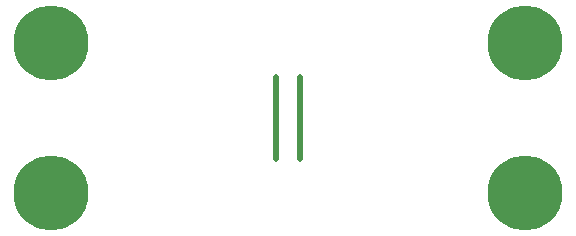
<source format=gbs>
%FSLAX24Y24*%
%MOIN*%
%ADD10C,0.25*%
%ADD11C,0.019685039370079*%
%LPD*%
D10*
X2500Y2500D03*
Y7500D03*
X18287D03*
Y2500D03*
D11*
X10000Y3622D02*
G01*
Y6378D01*
X10787Y3622D02*
Y6378D01*
M02*

</source>
